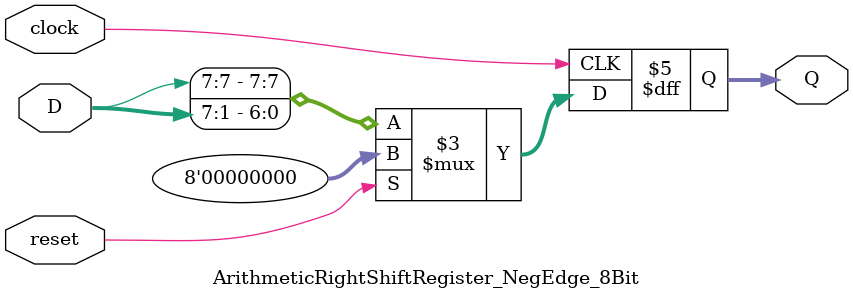
<source format=v>
module ArithmeticRightShiftRegister_NegEdge_8Bit (clock, reset, D, Q);
    input clock;
    input reset;
    input [7:0] D;
    output reg [7:0] Q;

    always @(negedge clock)
    begin
        if (reset)
            Q <= 8'b00000000;
        else
            Q <= {D[7], D[7:1]};        
    end
endmodule

</source>
